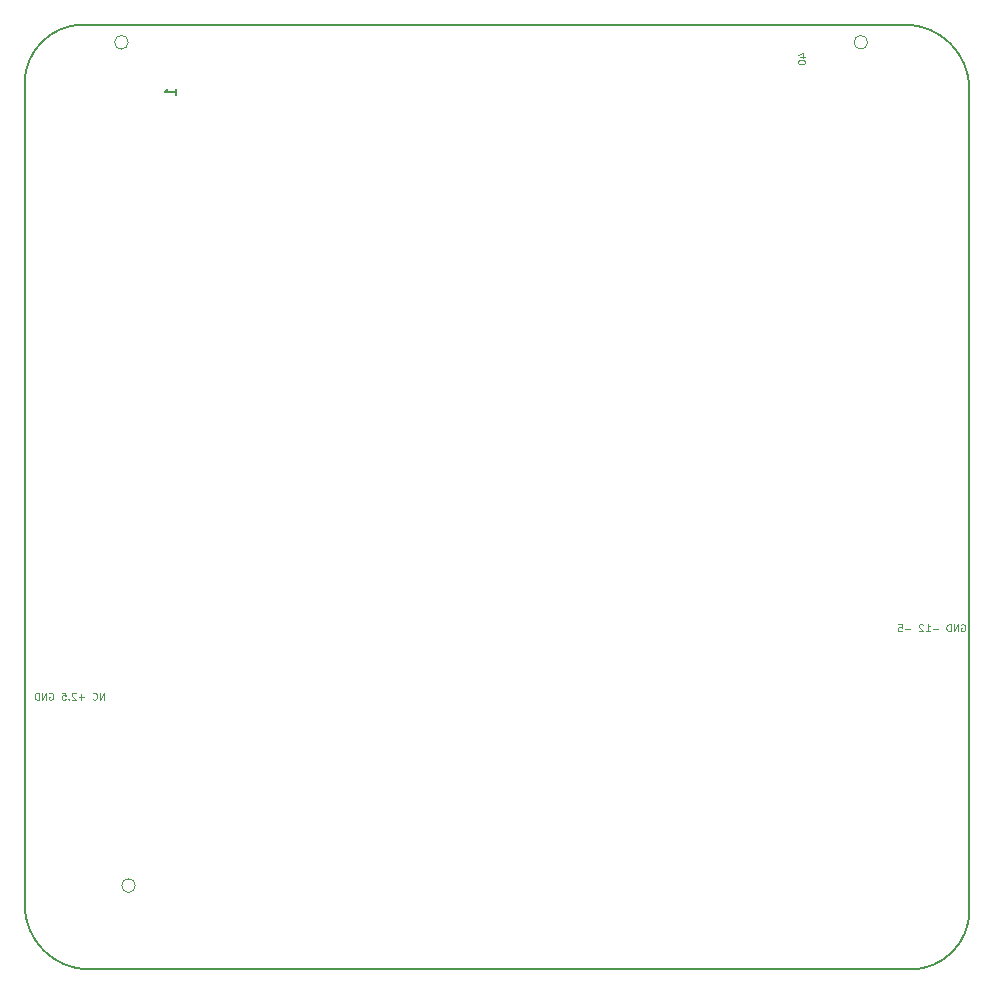
<source format=gbr>
G04 #@! TF.GenerationSoftware,KiCad,Pcbnew,(5.1.12-1-10_14)*
G04 #@! TF.CreationDate,2022-03-12T00:20:55-08:00*
G04 #@! TF.ProjectId,as3340,61733333-3430-42e6-9b69-6361645f7063,rev?*
G04 #@! TF.SameCoordinates,Original*
G04 #@! TF.FileFunction,Legend,Bot*
G04 #@! TF.FilePolarity,Positive*
%FSLAX46Y46*%
G04 Gerber Fmt 4.6, Leading zero omitted, Abs format (unit mm)*
G04 Created by KiCad (PCBNEW (5.1.12-1-10_14)) date 2022-03-12 00:20:55*
%MOMM*%
%LPD*%
G01*
G04 APERTURE LIST*
%ADD10C,0.090000*%
%ADD11C,0.150000*%
G04 #@! TA.AperFunction,Profile*
%ADD12C,0.050000*%
G04 #@! TD*
G04 #@! TA.AperFunction,Profile*
%ADD13C,0.150000*%
G04 #@! TD*
G04 APERTURE END LIST*
D10*
X73728571Y-82671428D02*
X73728571Y-82071428D01*
X73385714Y-82671428D01*
X73385714Y-82071428D01*
X72757142Y-82614285D02*
X72785714Y-82642857D01*
X72871428Y-82671428D01*
X72928571Y-82671428D01*
X73014285Y-82642857D01*
X73071428Y-82585714D01*
X73100000Y-82528571D01*
X73128571Y-82414285D01*
X73128571Y-82328571D01*
X73100000Y-82214285D01*
X73071428Y-82157142D01*
X73014285Y-82100000D01*
X72928571Y-82071428D01*
X72871428Y-82071428D01*
X72785714Y-82100000D01*
X72757142Y-82128571D01*
X72042857Y-82442857D02*
X71585714Y-82442857D01*
X71814285Y-82671428D02*
X71814285Y-82214285D01*
X71328571Y-82128571D02*
X71300000Y-82100000D01*
X71242857Y-82071428D01*
X71100000Y-82071428D01*
X71042857Y-82100000D01*
X71014285Y-82128571D01*
X70985714Y-82185714D01*
X70985714Y-82242857D01*
X71014285Y-82328571D01*
X71357142Y-82671428D01*
X70985714Y-82671428D01*
X70728571Y-82614285D02*
X70700000Y-82642857D01*
X70728571Y-82671428D01*
X70757142Y-82642857D01*
X70728571Y-82614285D01*
X70728571Y-82671428D01*
X70157142Y-82071428D02*
X70442857Y-82071428D01*
X70471428Y-82357142D01*
X70442857Y-82328571D01*
X70385714Y-82300000D01*
X70242857Y-82300000D01*
X70185714Y-82328571D01*
X70157142Y-82357142D01*
X70128571Y-82414285D01*
X70128571Y-82557142D01*
X70157142Y-82614285D01*
X70185714Y-82642857D01*
X70242857Y-82671428D01*
X70385714Y-82671428D01*
X70442857Y-82642857D01*
X70471428Y-82614285D01*
X69100000Y-82100000D02*
X69157142Y-82071428D01*
X69242857Y-82071428D01*
X69328571Y-82100000D01*
X69385714Y-82157142D01*
X69414285Y-82214285D01*
X69442857Y-82328571D01*
X69442857Y-82414285D01*
X69414285Y-82528571D01*
X69385714Y-82585714D01*
X69328571Y-82642857D01*
X69242857Y-82671428D01*
X69185714Y-82671428D01*
X69100000Y-82642857D01*
X69071428Y-82614285D01*
X69071428Y-82414285D01*
X69185714Y-82414285D01*
X68814285Y-82671428D02*
X68814285Y-82071428D01*
X68471428Y-82671428D01*
X68471428Y-82071428D01*
X68185714Y-82671428D02*
X68185714Y-82071428D01*
X68042857Y-82071428D01*
X67957142Y-82100000D01*
X67900000Y-82157142D01*
X67871428Y-82214285D01*
X67842857Y-82328571D01*
X67842857Y-82414285D01*
X67871428Y-82528571D01*
X67900000Y-82585714D01*
X67957142Y-82642857D01*
X68042857Y-82671428D01*
X68185714Y-82671428D01*
X146314285Y-76300000D02*
X146371428Y-76271428D01*
X146457142Y-76271428D01*
X146542857Y-76300000D01*
X146600000Y-76357142D01*
X146628571Y-76414285D01*
X146657142Y-76528571D01*
X146657142Y-76614285D01*
X146628571Y-76728571D01*
X146600000Y-76785714D01*
X146542857Y-76842857D01*
X146457142Y-76871428D01*
X146400000Y-76871428D01*
X146314285Y-76842857D01*
X146285714Y-76814285D01*
X146285714Y-76614285D01*
X146400000Y-76614285D01*
X146028571Y-76871428D02*
X146028571Y-76271428D01*
X145685714Y-76871428D01*
X145685714Y-76271428D01*
X145400000Y-76871428D02*
X145400000Y-76271428D01*
X145257142Y-76271428D01*
X145171428Y-76300000D01*
X145114285Y-76357142D01*
X145085714Y-76414285D01*
X145057142Y-76528571D01*
X145057142Y-76614285D01*
X145085714Y-76728571D01*
X145114285Y-76785714D01*
X145171428Y-76842857D01*
X145257142Y-76871428D01*
X145400000Y-76871428D01*
X144342857Y-76642857D02*
X143885714Y-76642857D01*
X143285714Y-76871428D02*
X143628571Y-76871428D01*
X143457142Y-76871428D02*
X143457142Y-76271428D01*
X143514285Y-76357142D01*
X143571428Y-76414285D01*
X143628571Y-76442857D01*
X143057142Y-76328571D02*
X143028571Y-76300000D01*
X142971428Y-76271428D01*
X142828571Y-76271428D01*
X142771428Y-76300000D01*
X142742857Y-76328571D01*
X142714285Y-76385714D01*
X142714285Y-76442857D01*
X142742857Y-76528571D01*
X143085714Y-76871428D01*
X142714285Y-76871428D01*
X142000000Y-76642857D02*
X141542857Y-76642857D01*
X140971428Y-76271428D02*
X141257142Y-76271428D01*
X141285714Y-76557142D01*
X141257142Y-76528571D01*
X141200000Y-76500000D01*
X141057142Y-76500000D01*
X141000000Y-76528571D01*
X140971428Y-76557142D01*
X140942857Y-76614285D01*
X140942857Y-76757142D01*
X140971428Y-76814285D01*
X141000000Y-76842857D01*
X141057142Y-76871428D01*
X141200000Y-76871428D01*
X141257142Y-76842857D01*
X141285714Y-76814285D01*
X132671428Y-28228571D02*
X133071428Y-28228571D01*
X132442857Y-28085714D02*
X132871428Y-27942857D01*
X132871428Y-28314285D01*
X132471428Y-28657142D02*
X132471428Y-28714285D01*
X132500000Y-28771428D01*
X132528571Y-28800000D01*
X132585714Y-28828571D01*
X132700000Y-28857142D01*
X132842857Y-28857142D01*
X132957142Y-28828571D01*
X133014285Y-28800000D01*
X133042857Y-28771428D01*
X133071428Y-28714285D01*
X133071428Y-28657142D01*
X133042857Y-28600000D01*
X133014285Y-28571428D01*
X132957142Y-28542857D01*
X132842857Y-28514285D01*
X132700000Y-28514285D01*
X132585714Y-28542857D01*
X132528571Y-28571428D01*
X132500000Y-28600000D01*
X132471428Y-28657142D01*
D11*
X79852380Y-31485714D02*
X79852380Y-30914285D01*
X79852380Y-31200000D02*
X78852380Y-31200000D01*
X78995238Y-31104761D01*
X79090476Y-31009523D01*
X79138095Y-30914285D01*
D12*
X76376000Y-98400000D02*
G75*
G03*
X76376000Y-98400000I-576000J0D01*
G01*
X138376000Y-27000000D02*
G75*
G03*
X138376000Y-27000000I-576000J0D01*
G01*
X75776000Y-27000000D02*
G75*
G03*
X75776000Y-27000000I-576000J0D01*
G01*
D13*
X147000000Y-100500000D02*
X147000000Y-31000000D01*
X67000000Y-30500000D02*
X67000000Y-100000000D01*
X142000000Y-105500000D02*
X72500000Y-105500000D01*
X72500000Y-105500000D02*
G75*
G02*
X67000000Y-100000000I0J5500000D01*
G01*
X147000000Y-100500000D02*
G75*
G02*
X142000000Y-105500000I-5000000J0D01*
G01*
X72000000Y-25500000D02*
X141500000Y-25500000D01*
X67000000Y-30500000D02*
G75*
G02*
X72000000Y-25500000I5000000J0D01*
G01*
X141500000Y-25500000D02*
G75*
G02*
X147000000Y-31000000I0J-5500000D01*
G01*
M02*

</source>
